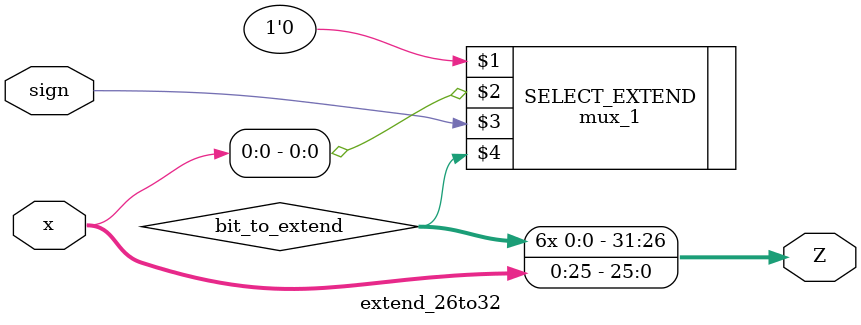
<source format=v>
module extend_8to32(x, sign, Z);
    
    //x is the bit to extend
    //sign is 1 if it is a sign extend
    //0 if it is a zero extend
    input [0:7] x;
    input sign;
    output [0:31] Z;
    
    wire bit_to_extend;
    
    mux_1 SELECT_EXTEND(1'b0, x[0], sign, bit_to_extend);
    
    assign Z = {
                bit_to_extend,bit_to_extend,bit_to_extend,bit_to_extend,
    			bit_to_extend,bit_to_extend,bit_to_extend,bit_to_extend,
    			bit_to_extend,bit_to_extend,bit_to_extend,bit_to_extend,
    			bit_to_extend,bit_to_extend,bit_to_extend,bit_to_extend,
    			bit_to_extend,bit_to_extend,bit_to_extend,bit_to_extend,
    			bit_to_extend,bit_to_extend,bit_to_extend,bit_to_extend,
    			bit_to_extend,bit_to_extend,bit_to_extend,bit_to_extend,
    			bit_to_extend,bit_to_extend,bit_to_extend,bit_to_extend,
    			x};
    
endmodule


module extend_16to32(x, sign, Z);
    
    //x is the bit to extend
    //sign is 1 if it is a sign extend
    //0 if it is a zero extend
    input [0:15] x;
    input sign;
    output [0:31] Z;
    
    wire bit_to_extend;
    
    mux_1 SELECT_EXTEND(1'b0, x[0], sign, bit_to_extend);
    
    assign Z = {bit_to_extend,bit_to_extend,bit_to_extend,bit_to_extend,
    			bit_to_extend,bit_to_extend,bit_to_extend,bit_to_extend,
    			bit_to_extend,bit_to_extend,bit_to_extend,bit_to_extend,
    			bit_to_extend,bit_to_extend,bit_to_extend,bit_to_extend,
    			x};
    
endmodule

module extend_26to32(x, sign, Z);
    
    //x is the bit to extend
    //sign is 1 if it is a sign extend
    //0 if it is a zero extend
    input [0:25] x; 
    input sign;
    output [0:31] Z;
    
    wire bit_to_extend;
    
    mux_1 SELECT_EXTEND(1'b0, x[0], sign, bit_to_extend);
    
    assign Z = {bit_to_extend,bit_to_extend,bit_to_extend,bit_to_extend,
    			bit_to_extend,bit_to_extend,x};
    
endmodule
</source>
